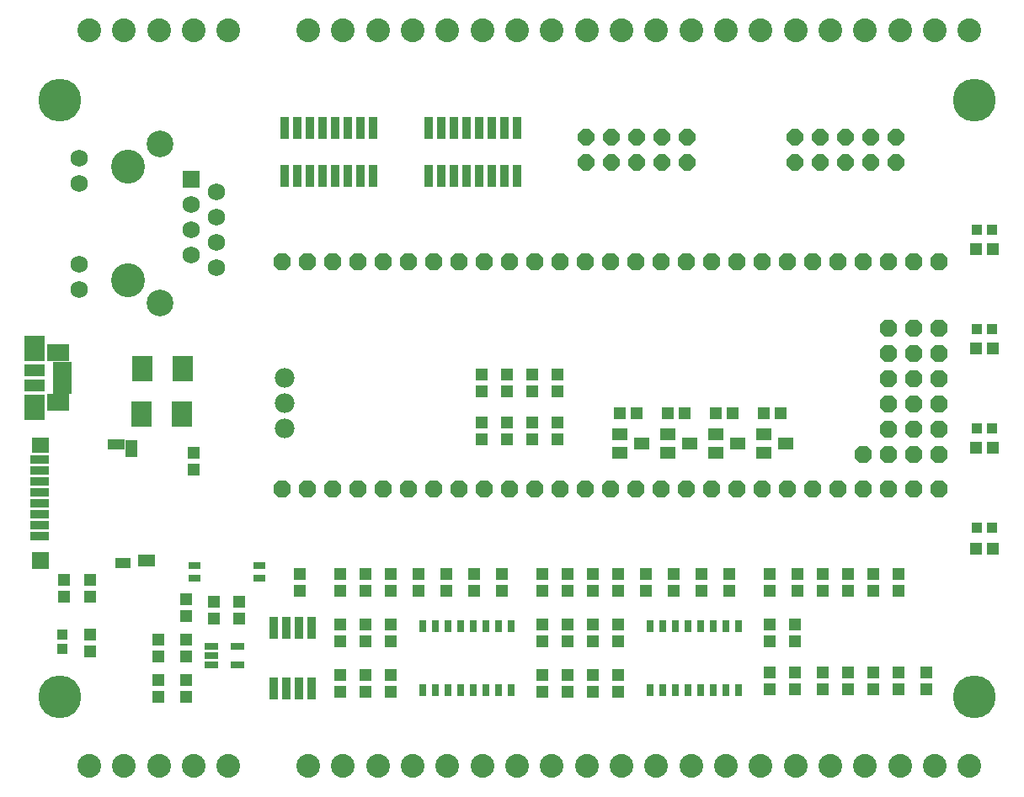
<source format=gts>
G75*
%MOIN*%
%OFA0B0*%
%FSLAX25Y25*%
%IPPOS*%
%LPD*%
%AMOC8*
5,1,8,0,0,1.08239X$1,22.5*
%
%ADD10C,0.16942*%
%ADD11R,0.04737X0.05131*%
%ADD12R,0.05131X0.04737*%
%ADD13R,0.06312X0.04737*%
%ADD14R,0.03400X0.08800*%
%ADD15R,0.05524X0.03162*%
%ADD16OC8,0.06737*%
%ADD17R,0.02769X0.04737*%
%ADD18R,0.04737X0.02769*%
%ADD19R,0.03200X0.08900*%
%ADD20C,0.07800*%
%ADD21C,0.09400*%
%ADD22R,0.03950X0.03950*%
%ADD23OC8,0.06400*%
%ADD24R,0.07887X0.10249*%
%ADD25R,0.07690X0.03556*%
%ADD26R,0.06902X0.04737*%
%ADD27R,0.04737X0.06902*%
%ADD28R,0.06706X0.05918*%
%ADD29R,0.06706X0.06706*%
%ADD30R,0.06312X0.03950*%
%ADD31R,0.06706X0.03950*%
%ADD32R,0.06800X0.06800*%
%ADD33C,0.06800*%
%ADD34C,0.10550*%
%ADD35C,0.13400*%
%ADD36R,0.07493X0.02572*%
%ADD37R,0.09068X0.06607*%
%ADD38R,0.08280X0.10150*%
%ADD39R,0.08268X0.04528*%
D10*
X0021346Y0080340D03*
X0021346Y0316561D03*
X0383551Y0316561D03*
X0383551Y0080340D03*
D11*
X0364598Y0083254D03*
X0364598Y0089946D03*
X0353598Y0089946D03*
X0353598Y0083254D03*
X0343598Y0083254D03*
X0343598Y0089946D03*
X0333598Y0089946D03*
X0333598Y0083254D03*
X0323598Y0083254D03*
X0323598Y0089946D03*
X0312598Y0089946D03*
X0312598Y0083254D03*
X0302598Y0083254D03*
X0302598Y0089946D03*
X0302598Y0102254D03*
X0302598Y0108946D03*
X0312598Y0108946D03*
X0312598Y0102254D03*
X0313598Y0122254D03*
X0313598Y0128946D03*
X0302598Y0128946D03*
X0302598Y0122254D03*
X0286598Y0122254D03*
X0286598Y0128946D03*
X0275598Y0128946D03*
X0275598Y0122254D03*
X0264598Y0122254D03*
X0264598Y0128946D03*
X0253598Y0128946D03*
X0253598Y0122254D03*
X0242598Y0122254D03*
X0242598Y0128946D03*
X0232598Y0128946D03*
X0232598Y0122254D03*
X0222598Y0122254D03*
X0222598Y0128946D03*
X0212598Y0128946D03*
X0212598Y0122254D03*
X0212598Y0108946D03*
X0212598Y0102254D03*
X0222598Y0102254D03*
X0222598Y0108946D03*
X0232598Y0108946D03*
X0232598Y0102254D03*
X0242598Y0102254D03*
X0242598Y0108946D03*
X0242598Y0088946D03*
X0242598Y0082254D03*
X0232598Y0082254D03*
X0232598Y0088946D03*
X0222598Y0088946D03*
X0222598Y0082254D03*
X0212598Y0082254D03*
X0212598Y0088946D03*
X0196598Y0122254D03*
X0196598Y0128946D03*
X0185598Y0128946D03*
X0185598Y0122254D03*
X0174598Y0122254D03*
X0174598Y0128946D03*
X0163598Y0128946D03*
X0163598Y0122254D03*
X0152598Y0122254D03*
X0152598Y0128946D03*
X0142598Y0128946D03*
X0142598Y0122254D03*
X0132598Y0122254D03*
X0132598Y0128946D03*
X0116598Y0128946D03*
X0116598Y0122254D03*
X0132598Y0108946D03*
X0132598Y0102254D03*
X0142598Y0102254D03*
X0142598Y0108946D03*
X0152598Y0108946D03*
X0152598Y0102254D03*
X0152598Y0088946D03*
X0152598Y0082254D03*
X0142598Y0082254D03*
X0142598Y0088946D03*
X0132598Y0088946D03*
X0132598Y0082254D03*
X0092598Y0111254D03*
X0092598Y0117946D03*
X0082598Y0117946D03*
X0082598Y0111254D03*
X0071598Y0112254D03*
X0071598Y0118946D03*
X0071598Y0102946D03*
X0071598Y0096254D03*
X0060598Y0096254D03*
X0060598Y0102946D03*
X0060598Y0086946D03*
X0060598Y0080254D03*
X0071598Y0080254D03*
X0071598Y0086946D03*
X0033598Y0098254D03*
X0033598Y0104946D03*
X0033598Y0119754D03*
X0033598Y0126446D03*
X0023098Y0126446D03*
X0023098Y0119754D03*
X0074598Y0170254D03*
X0074598Y0176946D03*
X0188598Y0182254D03*
X0188598Y0188946D03*
X0198598Y0188946D03*
X0198598Y0182254D03*
X0208598Y0182254D03*
X0208598Y0188946D03*
X0218598Y0188946D03*
X0218598Y0182254D03*
X0218598Y0201254D03*
X0218598Y0207946D03*
X0208598Y0207946D03*
X0208598Y0201254D03*
X0198598Y0201254D03*
X0198598Y0207946D03*
X0188598Y0207946D03*
X0188598Y0201254D03*
X0323598Y0128946D03*
X0323598Y0122254D03*
X0333598Y0122254D03*
X0333598Y0128946D03*
X0343598Y0128946D03*
X0343598Y0122254D03*
X0353598Y0122254D03*
X0353598Y0128946D03*
D12*
X0384142Y0139000D03*
X0390835Y0139000D03*
X0390835Y0178765D03*
X0384142Y0178765D03*
X0384142Y0218135D03*
X0390835Y0218135D03*
X0390835Y0257506D03*
X0384142Y0257506D03*
X0306945Y0192600D03*
X0300252Y0192600D03*
X0287945Y0192600D03*
X0281252Y0192600D03*
X0268945Y0192600D03*
X0262252Y0192600D03*
X0249945Y0192600D03*
X0243252Y0192600D03*
D13*
X0243268Y0184340D03*
X0243268Y0176860D03*
X0251929Y0180600D03*
X0262268Y0176860D03*
X0262268Y0184340D03*
X0270929Y0180600D03*
X0281268Y0176860D03*
X0281268Y0184340D03*
X0289929Y0180600D03*
X0300268Y0176860D03*
X0300268Y0184340D03*
X0308929Y0180600D03*
D14*
X0121098Y0107700D03*
X0116098Y0107700D03*
X0111098Y0107700D03*
X0106098Y0107700D03*
X0106098Y0083500D03*
X0111098Y0083500D03*
X0116098Y0083500D03*
X0121098Y0083500D03*
D15*
X0091740Y0092860D03*
X0091740Y0100340D03*
X0081457Y0100340D03*
X0081457Y0096600D03*
X0081457Y0092860D03*
D16*
X0109598Y0162600D03*
X0119598Y0162600D03*
X0129598Y0162600D03*
X0139598Y0162600D03*
X0149598Y0162600D03*
X0159598Y0162600D03*
X0169598Y0162600D03*
X0179598Y0162600D03*
X0189598Y0162600D03*
X0199598Y0162600D03*
X0209598Y0162600D03*
X0219598Y0162600D03*
X0229598Y0162600D03*
X0239598Y0162600D03*
X0249598Y0162600D03*
X0259598Y0162600D03*
X0269598Y0162600D03*
X0279598Y0162600D03*
X0289598Y0162600D03*
X0299598Y0162600D03*
X0309598Y0162600D03*
X0319598Y0162600D03*
X0329598Y0162600D03*
X0339598Y0162600D03*
X0349598Y0162600D03*
X0359598Y0162600D03*
X0369598Y0162600D03*
X0369598Y0176300D03*
X0359598Y0176300D03*
X0359598Y0186300D03*
X0369598Y0186300D03*
X0369598Y0196300D03*
X0359598Y0196300D03*
X0359598Y0206300D03*
X0369598Y0206300D03*
X0369598Y0216300D03*
X0359598Y0216300D03*
X0359598Y0226300D03*
X0369598Y0226300D03*
X0349598Y0226300D03*
X0349598Y0216300D03*
X0349598Y0206300D03*
X0349598Y0196300D03*
X0349598Y0186300D03*
X0349598Y0176300D03*
X0339598Y0176300D03*
X0339598Y0252600D03*
X0349598Y0252600D03*
X0359598Y0252600D03*
X0369598Y0252600D03*
X0329598Y0252600D03*
X0319598Y0252600D03*
X0309598Y0252600D03*
X0299598Y0252600D03*
X0289598Y0252600D03*
X0279598Y0252600D03*
X0269598Y0252600D03*
X0259598Y0252600D03*
X0249598Y0252600D03*
X0239598Y0252600D03*
X0229598Y0252600D03*
X0219598Y0252600D03*
X0209598Y0252600D03*
X0199598Y0252600D03*
X0189598Y0252600D03*
X0179598Y0252600D03*
X0169598Y0252600D03*
X0159598Y0252600D03*
X0149598Y0252600D03*
X0139598Y0252600D03*
X0129598Y0252600D03*
X0119598Y0252600D03*
X0109598Y0252600D03*
D17*
X0165098Y0108356D03*
X0170098Y0108356D03*
X0175098Y0108356D03*
X0180098Y0108356D03*
X0185098Y0108356D03*
X0190098Y0108356D03*
X0195098Y0108356D03*
X0200098Y0108356D03*
X0200098Y0082844D03*
X0195098Y0082844D03*
X0190098Y0082844D03*
X0185098Y0082844D03*
X0180098Y0082844D03*
X0175098Y0082844D03*
X0170098Y0082844D03*
X0165098Y0082844D03*
X0255098Y0082844D03*
X0260098Y0082844D03*
X0265098Y0082844D03*
X0270098Y0082844D03*
X0275098Y0082844D03*
X0280098Y0082844D03*
X0285098Y0082844D03*
X0290098Y0082844D03*
X0290098Y0108356D03*
X0285098Y0108356D03*
X0280098Y0108356D03*
X0275098Y0108356D03*
X0270098Y0108356D03*
X0265098Y0108356D03*
X0260098Y0108356D03*
X0255098Y0108356D03*
D18*
X0100354Y0127100D03*
X0100354Y0132100D03*
X0074843Y0132100D03*
X0074843Y0127100D03*
D19*
X0110598Y0286700D03*
X0115598Y0286700D03*
X0120598Y0286700D03*
X0125598Y0286700D03*
X0130598Y0286700D03*
X0135598Y0286700D03*
X0140598Y0286700D03*
X0145598Y0286700D03*
X0145598Y0305600D03*
X0140598Y0305600D03*
X0135598Y0305600D03*
X0130598Y0305600D03*
X0125598Y0305600D03*
X0120598Y0305600D03*
X0115598Y0305600D03*
X0110598Y0305600D03*
X0167449Y0305600D03*
X0172449Y0305600D03*
X0177449Y0305600D03*
X0182449Y0305600D03*
X0187449Y0305600D03*
X0192449Y0305600D03*
X0197449Y0305600D03*
X0202449Y0305600D03*
X0202449Y0286700D03*
X0197449Y0286700D03*
X0192449Y0286700D03*
X0187449Y0286700D03*
X0182449Y0286700D03*
X0177449Y0286700D03*
X0172449Y0286700D03*
X0167449Y0286700D03*
D20*
X0110598Y0206600D03*
X0110598Y0196600D03*
X0110598Y0186600D03*
D21*
X0033157Y0052781D03*
X0046937Y0052781D03*
X0060717Y0052781D03*
X0074496Y0052781D03*
X0088276Y0052781D03*
X0119772Y0052781D03*
X0133551Y0052781D03*
X0147331Y0052781D03*
X0161110Y0052781D03*
X0174890Y0052781D03*
X0188669Y0052781D03*
X0202449Y0052781D03*
X0216228Y0052781D03*
X0230008Y0052781D03*
X0243787Y0052781D03*
X0257567Y0052781D03*
X0271346Y0052781D03*
X0285126Y0052781D03*
X0298906Y0052781D03*
X0312685Y0052781D03*
X0326465Y0052781D03*
X0340244Y0052781D03*
X0354024Y0052781D03*
X0367803Y0052781D03*
X0381583Y0052781D03*
X0381583Y0344120D03*
X0367803Y0344120D03*
X0354024Y0344120D03*
X0340244Y0344120D03*
X0326465Y0344120D03*
X0312685Y0344120D03*
X0298906Y0344120D03*
X0285126Y0344120D03*
X0271346Y0344120D03*
X0257567Y0344120D03*
X0243787Y0344120D03*
X0230008Y0344120D03*
X0216228Y0344120D03*
X0202449Y0344120D03*
X0188669Y0344120D03*
X0174890Y0344120D03*
X0161110Y0344120D03*
X0147331Y0344120D03*
X0133551Y0344120D03*
X0119772Y0344120D03*
X0088276Y0344120D03*
X0074496Y0344120D03*
X0060717Y0344120D03*
X0046937Y0344120D03*
X0033157Y0344120D03*
D22*
X0022598Y0105053D03*
X0022598Y0099147D03*
X0384535Y0147269D03*
X0390441Y0147269D03*
X0390441Y0186639D03*
X0384535Y0186639D03*
X0384535Y0226009D03*
X0390441Y0226009D03*
X0390441Y0265380D03*
X0384535Y0265380D03*
D23*
X0352370Y0291876D03*
X0352370Y0301876D03*
X0342370Y0301876D03*
X0342370Y0291876D03*
X0332370Y0291876D03*
X0332370Y0301876D03*
X0322370Y0301876D03*
X0322370Y0291876D03*
X0312370Y0291876D03*
X0312370Y0301876D03*
X0269693Y0301876D03*
X0269693Y0291876D03*
X0259693Y0291876D03*
X0259693Y0301876D03*
X0249693Y0301876D03*
X0249693Y0291876D03*
X0239693Y0291876D03*
X0239693Y0301876D03*
X0229693Y0301876D03*
X0229693Y0291876D03*
D24*
X0070071Y0210200D03*
X0054126Y0210200D03*
X0053726Y0192200D03*
X0069671Y0192200D03*
D25*
X0013417Y0174317D03*
X0013417Y0169986D03*
X0013417Y0165655D03*
X0013417Y0161324D03*
X0013417Y0156994D03*
X0013417Y0152663D03*
X0013417Y0148332D03*
X0013417Y0144002D03*
D26*
X0055937Y0134356D03*
D27*
X0049736Y0178655D03*
D28*
X0013921Y0179828D03*
D29*
X0013921Y0134356D03*
D30*
X0046390Y0133076D03*
D31*
X0043831Y0180124D03*
D32*
X0073598Y0285100D03*
D33*
X0073598Y0275100D03*
X0083598Y0270100D03*
X0083598Y0260100D03*
X0073598Y0255100D03*
X0073598Y0265100D03*
X0083598Y0250100D03*
X0083598Y0280100D03*
X0029298Y0283600D03*
X0029298Y0293600D03*
X0029298Y0251600D03*
X0029298Y0241600D03*
D34*
X0061098Y0236100D03*
X0061098Y0299100D03*
D35*
X0048598Y0290100D03*
X0048598Y0245100D03*
D36*
X0022622Y0211718D03*
X0022622Y0209159D03*
X0022622Y0206600D03*
X0022622Y0204041D03*
X0022622Y0201482D03*
D37*
X0020654Y0196757D03*
X0020654Y0216443D03*
D38*
X0011598Y0218214D03*
X0011598Y0194986D03*
D39*
X0011598Y0203549D03*
X0011598Y0209651D03*
M02*

</source>
